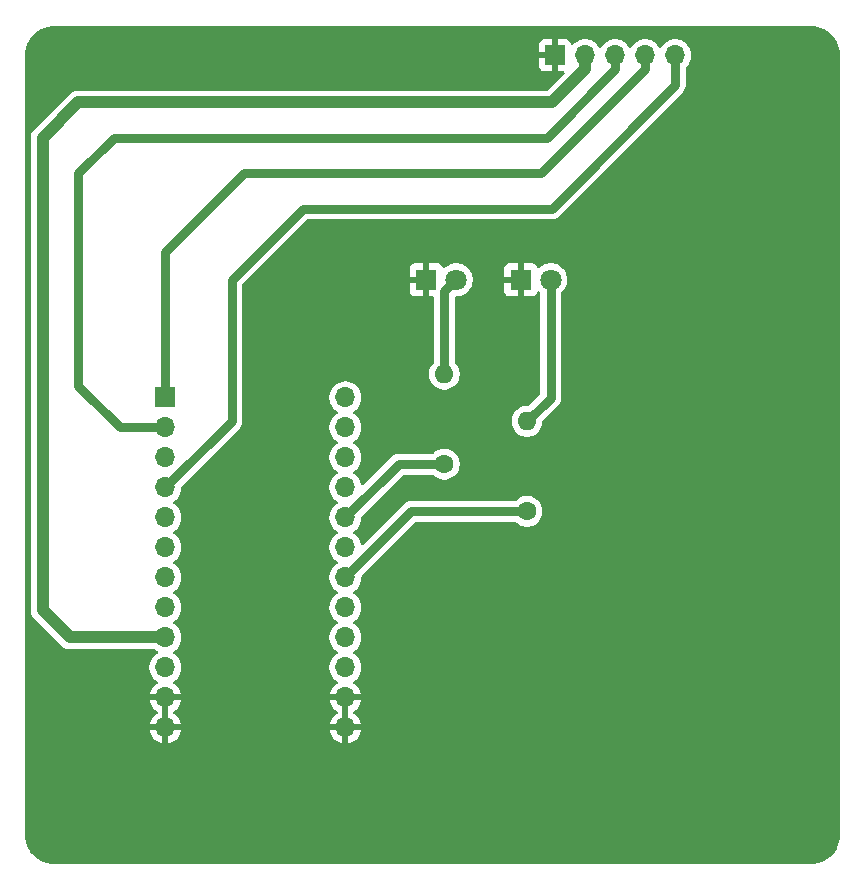
<source format=gtl>
G04 #@! TF.GenerationSoftware,KiCad,Pcbnew,9.0.1*
G04 #@! TF.CreationDate,2025-07-26T23:54:48-07:00*
G04 #@! TF.ProjectId,capstone_paul_ngo,63617073-746f-46e6-955f-7061756c5f6e,rev?*
G04 #@! TF.SameCoordinates,Original*
G04 #@! TF.FileFunction,Copper,L1,Top*
G04 #@! TF.FilePolarity,Positive*
%FSLAX46Y46*%
G04 Gerber Fmt 4.6, Leading zero omitted, Abs format (unit mm)*
G04 Created by KiCad (PCBNEW 9.0.1) date 2025-07-26 23:54:48*
%MOMM*%
%LPD*%
G01*
G04 APERTURE LIST*
G04 #@! TA.AperFunction,ComponentPad*
%ADD10R,1.700000X1.700000*%
G04 #@! TD*
G04 #@! TA.AperFunction,ComponentPad*
%ADD11O,1.700000X1.700000*%
G04 #@! TD*
G04 #@! TA.AperFunction,ComponentPad*
%ADD12R,1.800000X1.800000*%
G04 #@! TD*
G04 #@! TA.AperFunction,ComponentPad*
%ADD13C,1.800000*%
G04 #@! TD*
G04 #@! TA.AperFunction,ComponentPad*
%ADD14C,1.600000*%
G04 #@! TD*
G04 #@! TA.AperFunction,ComponentPad*
%ADD15O,1.600000X1.600000*%
G04 #@! TD*
G04 #@! TA.AperFunction,Conductor*
%ADD16C,0.762000*%
G04 #@! TD*
G04 #@! TA.AperFunction,Conductor*
%ADD17C,1.016000*%
G04 #@! TD*
G04 APERTURE END LIST*
D10*
X173380000Y-64000000D03*
D11*
X175920000Y-64000000D03*
X178460000Y-64000000D03*
X181000000Y-64000000D03*
X183540000Y-64000000D03*
D12*
X170460000Y-83000000D03*
D13*
X173000000Y-83000000D03*
D14*
X171000000Y-102620000D03*
D15*
X171000000Y-95000000D03*
D12*
X162460000Y-83000000D03*
D13*
X165000000Y-83000000D03*
D10*
X140380000Y-92970000D03*
D11*
X140380000Y-95510000D03*
X140380000Y-98050000D03*
X140380000Y-100590000D03*
X140380000Y-103130000D03*
X140380000Y-105670000D03*
X140380000Y-108210000D03*
X140380000Y-110750000D03*
X140380000Y-113290000D03*
X140380000Y-115830000D03*
X140380000Y-118370000D03*
X140380000Y-120910000D03*
X155620000Y-120910000D03*
X155620000Y-118370000D03*
X155620000Y-115830000D03*
X155620000Y-113290000D03*
X155620000Y-110750000D03*
X155620000Y-108210000D03*
X155620000Y-105670000D03*
X155620000Y-103130000D03*
X155620000Y-100590000D03*
X155620000Y-98050000D03*
X155620000Y-95510000D03*
X155620000Y-92970000D03*
D14*
X164000000Y-98620000D03*
D15*
X164000000Y-91000000D03*
D16*
X173000000Y-93000000D02*
X173000000Y-83000000D01*
X171000000Y-95000000D02*
X173000000Y-93000000D01*
X164000000Y-91000000D02*
X164000000Y-84000000D01*
X164000000Y-84000000D02*
X165000000Y-83000000D01*
X183540000Y-66555865D02*
X173095865Y-77000000D01*
X183540000Y-64000000D02*
X183540000Y-66555865D01*
X152000000Y-77000000D02*
X146000000Y-83000000D01*
X173095865Y-77000000D02*
X152000000Y-77000000D01*
X146000000Y-83000000D02*
X146000000Y-94970000D01*
X146000000Y-94970000D02*
X140380000Y-100590000D01*
X133000000Y-92000000D02*
X136510000Y-95510000D01*
X136510000Y-95510000D02*
X140380000Y-95510000D01*
X178460000Y-65202081D02*
X172662081Y-71000000D01*
X133000000Y-74000000D02*
X133000000Y-92000000D01*
X136000000Y-71000000D02*
X133000000Y-74000000D01*
X178460000Y-64000000D02*
X178460000Y-65202081D01*
X172662081Y-71000000D02*
X136000000Y-71000000D01*
X172202081Y-74000000D02*
X147000000Y-74000000D01*
X147000000Y-74000000D02*
X140380000Y-80620000D01*
X181000000Y-65202081D02*
X172202081Y-74000000D01*
X181000000Y-64000000D02*
X181000000Y-65202081D01*
X140380000Y-80620000D02*
X140380000Y-92970000D01*
D17*
X175920000Y-65202081D02*
X173122081Y-68000000D01*
X130000000Y-111000000D02*
X132290000Y-113290000D01*
X130000000Y-71000000D02*
X130000000Y-111000000D01*
X173122081Y-68000000D02*
X133000000Y-68000000D01*
X133000000Y-68000000D02*
X130000000Y-71000000D01*
X132290000Y-113290000D02*
X140380000Y-113290000D01*
X175920000Y-64000000D02*
X175920000Y-65202081D01*
D16*
X161210000Y-102620000D02*
X171000000Y-102620000D01*
X155620000Y-108210000D02*
X161210000Y-102620000D01*
X160130000Y-98620000D02*
X164000000Y-98620000D01*
X155620000Y-103130000D02*
X160130000Y-98620000D01*
G04 #@! TA.AperFunction,Conductor*
G36*
X140630000Y-120476988D02*
G01*
X140572993Y-120444075D01*
X140445826Y-120410000D01*
X140314174Y-120410000D01*
X140187007Y-120444075D01*
X140130000Y-120476988D01*
X140130000Y-118803012D01*
X140187007Y-118835925D01*
X140314174Y-118870000D01*
X140445826Y-118870000D01*
X140572993Y-118835925D01*
X140630000Y-118803012D01*
X140630000Y-120476988D01*
G37*
G04 #@! TD.AperFunction*
G04 #@! TA.AperFunction,Conductor*
G36*
X155870000Y-120476988D02*
G01*
X155812993Y-120444075D01*
X155685826Y-120410000D01*
X155554174Y-120410000D01*
X155427007Y-120444075D01*
X155370000Y-120476988D01*
X155370000Y-118803012D01*
X155427007Y-118835925D01*
X155554174Y-118870000D01*
X155685826Y-118870000D01*
X155812993Y-118835925D01*
X155870000Y-118803012D01*
X155870000Y-120476988D01*
G37*
G04 #@! TD.AperFunction*
G04 #@! TA.AperFunction,Conductor*
G36*
X195003736Y-61500726D02*
G01*
X195293796Y-61518271D01*
X195308659Y-61520076D01*
X195590798Y-61571780D01*
X195605335Y-61575363D01*
X195879172Y-61660695D01*
X195893163Y-61666000D01*
X196154743Y-61783727D01*
X196167989Y-61790680D01*
X196413465Y-61939075D01*
X196425776Y-61947573D01*
X196651573Y-62124473D01*
X196662781Y-62134403D01*
X196865596Y-62337218D01*
X196875526Y-62348426D01*
X196995481Y-62501538D01*
X197052422Y-62574217D01*
X197060926Y-62586537D01*
X197119091Y-62682753D01*
X197209316Y-62832004D01*
X197216275Y-62845263D01*
X197333997Y-63106831D01*
X197339306Y-63120832D01*
X197424635Y-63394663D01*
X197428219Y-63409201D01*
X197479923Y-63691340D01*
X197481728Y-63706205D01*
X197499274Y-63996263D01*
X197499500Y-64003750D01*
X197499500Y-129996249D01*
X197499274Y-130003736D01*
X197481728Y-130293794D01*
X197479923Y-130308659D01*
X197428219Y-130590798D01*
X197424635Y-130605336D01*
X197339306Y-130879167D01*
X197333997Y-130893168D01*
X197216275Y-131154736D01*
X197209316Y-131167995D01*
X197060928Y-131413459D01*
X197052422Y-131425782D01*
X196875526Y-131651573D01*
X196865596Y-131662781D01*
X196662781Y-131865596D01*
X196651573Y-131875526D01*
X196425782Y-132052422D01*
X196413459Y-132060928D01*
X196167995Y-132209316D01*
X196154736Y-132216275D01*
X195893168Y-132333997D01*
X195879167Y-132339306D01*
X195605336Y-132424635D01*
X195590798Y-132428219D01*
X195308659Y-132479923D01*
X195293794Y-132481728D01*
X195003736Y-132499274D01*
X194996249Y-132499500D01*
X131003751Y-132499500D01*
X130996264Y-132499274D01*
X130706205Y-132481728D01*
X130691340Y-132479923D01*
X130409201Y-132428219D01*
X130394663Y-132424635D01*
X130120832Y-132339306D01*
X130106831Y-132333997D01*
X129845263Y-132216275D01*
X129832004Y-132209316D01*
X129586540Y-132060928D01*
X129574217Y-132052422D01*
X129348426Y-131875526D01*
X129337218Y-131865596D01*
X129134403Y-131662781D01*
X129124473Y-131651573D01*
X128947573Y-131425776D01*
X128939075Y-131413465D01*
X128790680Y-131167989D01*
X128783727Y-131154743D01*
X128666000Y-130893163D01*
X128660693Y-130879167D01*
X128575364Y-130605336D01*
X128571780Y-130590798D01*
X128520076Y-130308659D01*
X128518271Y-130293794D01*
X128500726Y-130003736D01*
X128500500Y-129996249D01*
X128500500Y-70900666D01*
X128991500Y-70900666D01*
X128991500Y-111099332D01*
X129016281Y-111223914D01*
X129030253Y-111294161D01*
X129030255Y-111294166D01*
X129106277Y-111477701D01*
X129106282Y-111477710D01*
X129216646Y-111642880D01*
X129216649Y-111642884D01*
X131506647Y-113932881D01*
X131647119Y-114073353D01*
X131647120Y-114073354D01*
X131812289Y-114183717D01*
X131812295Y-114183720D01*
X131812296Y-114183721D01*
X131995831Y-114259744D01*
X132190666Y-114298499D01*
X132190670Y-114298500D01*
X132190671Y-114298500D01*
X139430182Y-114298500D01*
X139449858Y-114304277D01*
X139470345Y-114305185D01*
X139492967Y-114316936D01*
X139497221Y-114318185D01*
X139501770Y-114321252D01*
X139502444Y-114321729D01*
X139672184Y-114445051D01*
X139688923Y-114453580D01*
X139696238Y-114458752D01*
X139712591Y-114479404D01*
X139731742Y-114497491D01*
X139733938Y-114506362D01*
X139739613Y-114513528D01*
X139742204Y-114539743D01*
X139748536Y-114565312D01*
X139745587Y-114573963D01*
X139746487Y-114583059D01*
X139734495Y-114606511D01*
X139725998Y-114631447D01*
X139718364Y-114638061D01*
X139714679Y-114645269D01*
X139700577Y-114653473D01*
X139680946Y-114670484D01*
X139672182Y-114674949D01*
X139500213Y-114799890D01*
X139349890Y-114950213D01*
X139224951Y-115122179D01*
X139128444Y-115311585D01*
X139062753Y-115513760D01*
X139029500Y-115723713D01*
X139029500Y-115936286D01*
X139062753Y-116146239D01*
X139128444Y-116348414D01*
X139224951Y-116537820D01*
X139349890Y-116709786D01*
X139500213Y-116860109D01*
X139672179Y-116985048D01*
X139672181Y-116985049D01*
X139672184Y-116985051D01*
X139681493Y-116989794D01*
X139732290Y-117037766D01*
X139749087Y-117105587D01*
X139726552Y-117171722D01*
X139681502Y-117210762D01*
X139672443Y-117215378D01*
X139500540Y-117340272D01*
X139500535Y-117340276D01*
X139350276Y-117490535D01*
X139350272Y-117490540D01*
X139225379Y-117662442D01*
X139128904Y-117851782D01*
X139063242Y-118053870D01*
X139063242Y-118053873D01*
X139052769Y-118120000D01*
X139946988Y-118120000D01*
X139914075Y-118177007D01*
X139880000Y-118304174D01*
X139880000Y-118435826D01*
X139914075Y-118562993D01*
X139946988Y-118620000D01*
X139052769Y-118620000D01*
X139063242Y-118686126D01*
X139063242Y-118686129D01*
X139128904Y-118888217D01*
X139225379Y-119077557D01*
X139350272Y-119249459D01*
X139350276Y-119249464D01*
X139500535Y-119399723D01*
X139500540Y-119399727D01*
X139672444Y-119524622D01*
X139682048Y-119529516D01*
X139732844Y-119577491D01*
X139749638Y-119645312D01*
X139727100Y-119711447D01*
X139682048Y-119750484D01*
X139672444Y-119755377D01*
X139500540Y-119880272D01*
X139500535Y-119880276D01*
X139350276Y-120030535D01*
X139350272Y-120030540D01*
X139225379Y-120202442D01*
X139128904Y-120391782D01*
X139063242Y-120593870D01*
X139063242Y-120593873D01*
X139052769Y-120660000D01*
X139946988Y-120660000D01*
X139914075Y-120717007D01*
X139880000Y-120844174D01*
X139880000Y-120975826D01*
X139914075Y-121102993D01*
X139946988Y-121160000D01*
X139052769Y-121160000D01*
X139063242Y-121226126D01*
X139063242Y-121226129D01*
X139128904Y-121428217D01*
X139225379Y-121617557D01*
X139350272Y-121789459D01*
X139350276Y-121789464D01*
X139500535Y-121939723D01*
X139500540Y-121939727D01*
X139672442Y-122064620D01*
X139861782Y-122161095D01*
X140063871Y-122226757D01*
X140130000Y-122237231D01*
X140130000Y-121343012D01*
X140187007Y-121375925D01*
X140314174Y-121410000D01*
X140445826Y-121410000D01*
X140572993Y-121375925D01*
X140630000Y-121343012D01*
X140630000Y-122237230D01*
X140696126Y-122226757D01*
X140696129Y-122226757D01*
X140898217Y-122161095D01*
X141087557Y-122064620D01*
X141259459Y-121939727D01*
X141259464Y-121939723D01*
X141409723Y-121789464D01*
X141409727Y-121789459D01*
X141534620Y-121617557D01*
X141631095Y-121428217D01*
X141696757Y-121226129D01*
X141696757Y-121226126D01*
X141707231Y-121160000D01*
X140813012Y-121160000D01*
X140845925Y-121102993D01*
X140880000Y-120975826D01*
X140880000Y-120844174D01*
X140845925Y-120717007D01*
X140813012Y-120660000D01*
X141707231Y-120660000D01*
X141696757Y-120593873D01*
X141696757Y-120593870D01*
X141631095Y-120391782D01*
X141534620Y-120202442D01*
X141409727Y-120030540D01*
X141409723Y-120030535D01*
X141259464Y-119880276D01*
X141259459Y-119880272D01*
X141087558Y-119755379D01*
X141077954Y-119750486D01*
X141027157Y-119702512D01*
X141010361Y-119634692D01*
X141032897Y-119568556D01*
X141077954Y-119529514D01*
X141087558Y-119524620D01*
X141259459Y-119399727D01*
X141259464Y-119399723D01*
X141409723Y-119249464D01*
X141409727Y-119249459D01*
X141534620Y-119077557D01*
X141631095Y-118888217D01*
X141696757Y-118686129D01*
X141696757Y-118686126D01*
X141707231Y-118620000D01*
X140813012Y-118620000D01*
X140845925Y-118562993D01*
X140880000Y-118435826D01*
X140880000Y-118304174D01*
X140845925Y-118177007D01*
X140813012Y-118120000D01*
X141707231Y-118120000D01*
X141696757Y-118053873D01*
X141696757Y-118053870D01*
X141631095Y-117851782D01*
X141534620Y-117662442D01*
X141409727Y-117490540D01*
X141409723Y-117490535D01*
X141259464Y-117340276D01*
X141259459Y-117340272D01*
X141087555Y-117215377D01*
X141078500Y-117210763D01*
X141027706Y-117162788D01*
X141010912Y-117094966D01*
X141033451Y-117028832D01*
X141078508Y-116989793D01*
X141087816Y-116985051D01*
X141167007Y-116927515D01*
X141259786Y-116860109D01*
X141259788Y-116860106D01*
X141259792Y-116860104D01*
X141410104Y-116709792D01*
X141410106Y-116709788D01*
X141410109Y-116709786D01*
X141535048Y-116537820D01*
X141535047Y-116537820D01*
X141535051Y-116537816D01*
X141631557Y-116348412D01*
X141697246Y-116146243D01*
X141730500Y-115936287D01*
X141730500Y-115723713D01*
X141697246Y-115513757D01*
X141631557Y-115311588D01*
X141535051Y-115122184D01*
X141535049Y-115122181D01*
X141535048Y-115122179D01*
X141410109Y-114950213D01*
X141259786Y-114799890D01*
X141087820Y-114674951D01*
X141087115Y-114674591D01*
X141079054Y-114670485D01*
X141028259Y-114622512D01*
X141011463Y-114554692D01*
X141033999Y-114488556D01*
X141079054Y-114449515D01*
X141087816Y-114445051D01*
X141109789Y-114429086D01*
X141259786Y-114320109D01*
X141259788Y-114320106D01*
X141259792Y-114320104D01*
X141410104Y-114169792D01*
X141410106Y-114169788D01*
X141410109Y-114169786D01*
X141535048Y-113997820D01*
X141535047Y-113997820D01*
X141535051Y-113997816D01*
X141631557Y-113808412D01*
X141697246Y-113606243D01*
X141730500Y-113396287D01*
X141730500Y-113183713D01*
X141697246Y-112973757D01*
X141631557Y-112771588D01*
X141535051Y-112582184D01*
X141535049Y-112582181D01*
X141535048Y-112582179D01*
X141410109Y-112410213D01*
X141259786Y-112259890D01*
X141087820Y-112134951D01*
X141087115Y-112134591D01*
X141079054Y-112130485D01*
X141028259Y-112082512D01*
X141011463Y-112014692D01*
X141033999Y-111948556D01*
X141079054Y-111909515D01*
X141087816Y-111905051D01*
X141109789Y-111889086D01*
X141259786Y-111780109D01*
X141259788Y-111780106D01*
X141259792Y-111780104D01*
X141410104Y-111629792D01*
X141410106Y-111629788D01*
X141410109Y-111629786D01*
X141535048Y-111457820D01*
X141535047Y-111457820D01*
X141535051Y-111457816D01*
X141631557Y-111268412D01*
X141697246Y-111066243D01*
X141730500Y-110856287D01*
X141730500Y-110643713D01*
X141697246Y-110433757D01*
X141631557Y-110231588D01*
X141535051Y-110042184D01*
X141535049Y-110042181D01*
X141535048Y-110042179D01*
X141410109Y-109870213D01*
X141259786Y-109719890D01*
X141087820Y-109594951D01*
X141087115Y-109594591D01*
X141079054Y-109590485D01*
X141028259Y-109542512D01*
X141011463Y-109474692D01*
X141033999Y-109408556D01*
X141079054Y-109369515D01*
X141087816Y-109365051D01*
X141109789Y-109349086D01*
X141259786Y-109240109D01*
X141259788Y-109240106D01*
X141259792Y-109240104D01*
X141410104Y-109089792D01*
X141410106Y-109089788D01*
X141410109Y-109089786D01*
X141535048Y-108917820D01*
X141535047Y-108917820D01*
X141535051Y-108917816D01*
X141631557Y-108728412D01*
X141697246Y-108526243D01*
X141730500Y-108316287D01*
X141730500Y-108103713D01*
X141697246Y-107893757D01*
X141631557Y-107691588D01*
X141535051Y-107502184D01*
X141535049Y-107502181D01*
X141535048Y-107502179D01*
X141410109Y-107330213D01*
X141259786Y-107179890D01*
X141087820Y-107054951D01*
X141087115Y-107054591D01*
X141079054Y-107050485D01*
X141028259Y-107002512D01*
X141011463Y-106934692D01*
X141033999Y-106868556D01*
X141079054Y-106829515D01*
X141087816Y-106825051D01*
X141109789Y-106809086D01*
X141259786Y-106700109D01*
X141259788Y-106700106D01*
X141259792Y-106700104D01*
X141410104Y-106549792D01*
X141410106Y-106549788D01*
X141410109Y-106549786D01*
X141535048Y-106377820D01*
X141535047Y-106377820D01*
X141535051Y-106377816D01*
X141631557Y-106188412D01*
X141697246Y-105986243D01*
X141730500Y-105776287D01*
X141730500Y-105563713D01*
X141697246Y-105353757D01*
X141631557Y-105151588D01*
X141535051Y-104962184D01*
X141535049Y-104962181D01*
X141535048Y-104962179D01*
X141410109Y-104790213D01*
X141259786Y-104639890D01*
X141087820Y-104514951D01*
X141087115Y-104514591D01*
X141079054Y-104510485D01*
X141028259Y-104462512D01*
X141011463Y-104394692D01*
X141033999Y-104328556D01*
X141079054Y-104289515D01*
X141087816Y-104285051D01*
X141109789Y-104269086D01*
X141259786Y-104160109D01*
X141259788Y-104160106D01*
X141259792Y-104160104D01*
X141410104Y-104009792D01*
X141410106Y-104009788D01*
X141410109Y-104009786D01*
X141535048Y-103837820D01*
X141535047Y-103837820D01*
X141535051Y-103837816D01*
X141631557Y-103648412D01*
X141697246Y-103446243D01*
X141730500Y-103236287D01*
X141730500Y-103023713D01*
X141697246Y-102813757D01*
X141631557Y-102611588D01*
X141535051Y-102422184D01*
X141535049Y-102422181D01*
X141535048Y-102422179D01*
X141410109Y-102250213D01*
X141259786Y-102099890D01*
X141087820Y-101974951D01*
X141087115Y-101974591D01*
X141079054Y-101970485D01*
X141028259Y-101922512D01*
X141011463Y-101854692D01*
X141033999Y-101788556D01*
X141079054Y-101749515D01*
X141087816Y-101745051D01*
X141146822Y-101702181D01*
X141259786Y-101620109D01*
X141259788Y-101620106D01*
X141259792Y-101620104D01*
X141410104Y-101469792D01*
X141410106Y-101469788D01*
X141410109Y-101469786D01*
X141535048Y-101297820D01*
X141535047Y-101297820D01*
X141535051Y-101297816D01*
X141631557Y-101108412D01*
X141697246Y-100906243D01*
X141730500Y-100696287D01*
X141730500Y-100537491D01*
X141750185Y-100470452D01*
X141766819Y-100449810D01*
X146684702Y-95531927D01*
X146684705Y-95531924D01*
X146765198Y-95411459D01*
X146781175Y-95387547D01*
X146847624Y-95227124D01*
X146874412Y-95092453D01*
X146881500Y-95056821D01*
X146881500Y-94883179D01*
X146881500Y-92863713D01*
X154269500Y-92863713D01*
X154269500Y-93076287D01*
X154271169Y-93086823D01*
X154298142Y-93257128D01*
X154302754Y-93286243D01*
X154345417Y-93417547D01*
X154368444Y-93488414D01*
X154464951Y-93677820D01*
X154589890Y-93849786D01*
X154740213Y-94000109D01*
X154912182Y-94125050D01*
X154920946Y-94129516D01*
X154971742Y-94177491D01*
X154988536Y-94245312D01*
X154965998Y-94311447D01*
X154920946Y-94350484D01*
X154912182Y-94354949D01*
X154740213Y-94479890D01*
X154589890Y-94630213D01*
X154464951Y-94802179D01*
X154368444Y-94991585D01*
X154302753Y-95193760D01*
X154269500Y-95403713D01*
X154269500Y-95616286D01*
X154302753Y-95826239D01*
X154368444Y-96028414D01*
X154464951Y-96217820D01*
X154589890Y-96389786D01*
X154740213Y-96540109D01*
X154912182Y-96665050D01*
X154920946Y-96669516D01*
X154971742Y-96717491D01*
X154988536Y-96785312D01*
X154965998Y-96851447D01*
X154920946Y-96890484D01*
X154912182Y-96894949D01*
X154740213Y-97019890D01*
X154589890Y-97170213D01*
X154464951Y-97342179D01*
X154368444Y-97531585D01*
X154302753Y-97733760D01*
X154269500Y-97943713D01*
X154269500Y-98156286D01*
X154302753Y-98366239D01*
X154368444Y-98568414D01*
X154464951Y-98757820D01*
X154589890Y-98929786D01*
X154740213Y-99080109D01*
X154912182Y-99205050D01*
X154920946Y-99209516D01*
X154971742Y-99257491D01*
X154988536Y-99325312D01*
X154965998Y-99391447D01*
X154920946Y-99430484D01*
X154912182Y-99434949D01*
X154740213Y-99559890D01*
X154589890Y-99710213D01*
X154464951Y-99882179D01*
X154368444Y-100071585D01*
X154302753Y-100273760D01*
X154269500Y-100483713D01*
X154269500Y-100696286D01*
X154302753Y-100906239D01*
X154368444Y-101108414D01*
X154464951Y-101297820D01*
X154589890Y-101469786D01*
X154740213Y-101620109D01*
X154912182Y-101745050D01*
X154920946Y-101749516D01*
X154971742Y-101797491D01*
X154988536Y-101865312D01*
X154965998Y-101931447D01*
X154920946Y-101970484D01*
X154912182Y-101974949D01*
X154740213Y-102099890D01*
X154589890Y-102250213D01*
X154464951Y-102422179D01*
X154368444Y-102611585D01*
X154302753Y-102813760D01*
X154274870Y-102989811D01*
X154269500Y-103023713D01*
X154269500Y-103236287D01*
X154302754Y-103446243D01*
X154327104Y-103521185D01*
X154368444Y-103648414D01*
X154464951Y-103837820D01*
X154589890Y-104009786D01*
X154740213Y-104160109D01*
X154912182Y-104285050D01*
X154920946Y-104289516D01*
X154971742Y-104337491D01*
X154988536Y-104405312D01*
X154965998Y-104471447D01*
X154920946Y-104510484D01*
X154912182Y-104514949D01*
X154740213Y-104639890D01*
X154589890Y-104790213D01*
X154464951Y-104962179D01*
X154368444Y-105151585D01*
X154302753Y-105353760D01*
X154269500Y-105563713D01*
X154269500Y-105776286D01*
X154302753Y-105986239D01*
X154368444Y-106188414D01*
X154464951Y-106377820D01*
X154589890Y-106549786D01*
X154740213Y-106700109D01*
X154912182Y-106825050D01*
X154920946Y-106829516D01*
X154971742Y-106877491D01*
X154988536Y-106945312D01*
X154965998Y-107011447D01*
X154920946Y-107050484D01*
X154912182Y-107054949D01*
X154740213Y-107179890D01*
X154589890Y-107330213D01*
X154464951Y-107502179D01*
X154368444Y-107691585D01*
X154302753Y-107893760D01*
X154269500Y-108103713D01*
X154269500Y-108316286D01*
X154302753Y-108526239D01*
X154368444Y-108728414D01*
X154464951Y-108917820D01*
X154589890Y-109089786D01*
X154740213Y-109240109D01*
X154912182Y-109365050D01*
X154920946Y-109369516D01*
X154971742Y-109417491D01*
X154988536Y-109485312D01*
X154965998Y-109551447D01*
X154920946Y-109590484D01*
X154912182Y-109594949D01*
X154740213Y-109719890D01*
X154589890Y-109870213D01*
X154464951Y-110042179D01*
X154368444Y-110231585D01*
X154302753Y-110433760D01*
X154279232Y-110582266D01*
X154269500Y-110643713D01*
X154269500Y-110856287D01*
X154302754Y-111066243D01*
X154313505Y-111099332D01*
X154368444Y-111268414D01*
X154464951Y-111457820D01*
X154589890Y-111629786D01*
X154740213Y-111780109D01*
X154912182Y-111905050D01*
X154920946Y-111909516D01*
X154971742Y-111957491D01*
X154988536Y-112025312D01*
X154965998Y-112091447D01*
X154920946Y-112130484D01*
X154912182Y-112134949D01*
X154740213Y-112259890D01*
X154589890Y-112410213D01*
X154464951Y-112582179D01*
X154368444Y-112771585D01*
X154302753Y-112973760D01*
X154269500Y-113183713D01*
X154269500Y-113396286D01*
X154302753Y-113606239D01*
X154368444Y-113808414D01*
X154464951Y-113997820D01*
X154589890Y-114169786D01*
X154740213Y-114320109D01*
X154912182Y-114445050D01*
X154920946Y-114449516D01*
X154971742Y-114497491D01*
X154988536Y-114565312D01*
X154965998Y-114631447D01*
X154920946Y-114670484D01*
X154912182Y-114674949D01*
X154740213Y-114799890D01*
X154589890Y-114950213D01*
X154464951Y-115122179D01*
X154368444Y-115311585D01*
X154302753Y-115513760D01*
X154269500Y-115723713D01*
X154269500Y-115936286D01*
X154302753Y-116146239D01*
X154368444Y-116348414D01*
X154464951Y-116537820D01*
X154589890Y-116709786D01*
X154740213Y-116860109D01*
X154912179Y-116985048D01*
X154912181Y-116985049D01*
X154912184Y-116985051D01*
X154921493Y-116989794D01*
X154972290Y-117037766D01*
X154989087Y-117105587D01*
X154966552Y-117171722D01*
X154921502Y-117210762D01*
X154912443Y-117215378D01*
X154740540Y-117340272D01*
X154740535Y-117340276D01*
X154590276Y-117490535D01*
X154590272Y-117490540D01*
X154465379Y-117662442D01*
X154368904Y-117851782D01*
X154303242Y-118053870D01*
X154303242Y-118053873D01*
X154292769Y-118120000D01*
X155186988Y-118120000D01*
X155154075Y-118177007D01*
X155120000Y-118304174D01*
X155120000Y-118435826D01*
X155154075Y-118562993D01*
X155186988Y-118620000D01*
X154292769Y-118620000D01*
X154303242Y-118686126D01*
X154303242Y-118686129D01*
X154368904Y-118888217D01*
X154465379Y-119077557D01*
X154590272Y-119249459D01*
X154590276Y-119249464D01*
X154740535Y-119399723D01*
X154740540Y-119399727D01*
X154912444Y-119524622D01*
X154922048Y-119529516D01*
X154972844Y-119577491D01*
X154989638Y-119645312D01*
X154967100Y-119711447D01*
X154922048Y-119750484D01*
X154912444Y-119755377D01*
X154740540Y-119880272D01*
X154740535Y-119880276D01*
X154590276Y-120030535D01*
X154590272Y-120030540D01*
X154465379Y-120202442D01*
X154368904Y-120391782D01*
X154303242Y-120593870D01*
X154303242Y-120593873D01*
X154292769Y-120660000D01*
X155186988Y-120660000D01*
X155154075Y-120717007D01*
X155120000Y-120844174D01*
X155120000Y-120975826D01*
X155154075Y-121102993D01*
X155186988Y-121160000D01*
X154292769Y-121160000D01*
X154303242Y-121226126D01*
X154303242Y-121226129D01*
X154368904Y-121428217D01*
X154465379Y-121617557D01*
X154590272Y-121789459D01*
X154590276Y-121789464D01*
X154740535Y-121939723D01*
X154740540Y-121939727D01*
X154912442Y-122064620D01*
X155101782Y-122161095D01*
X155303871Y-122226757D01*
X155370000Y-122237231D01*
X155370000Y-121343012D01*
X155427007Y-121375925D01*
X155554174Y-121410000D01*
X155685826Y-121410000D01*
X155812993Y-121375925D01*
X155870000Y-121343012D01*
X155870000Y-122237230D01*
X155936126Y-122226757D01*
X155936129Y-122226757D01*
X156138217Y-122161095D01*
X156327557Y-122064620D01*
X156499459Y-121939727D01*
X156499464Y-121939723D01*
X156649723Y-121789464D01*
X156649727Y-121789459D01*
X156774620Y-121617557D01*
X156871095Y-121428217D01*
X156936757Y-121226129D01*
X156936757Y-121226126D01*
X156947231Y-121160000D01*
X156053012Y-121160000D01*
X156085925Y-121102993D01*
X156120000Y-120975826D01*
X156120000Y-120844174D01*
X156085925Y-120717007D01*
X156053012Y-120660000D01*
X156947231Y-120660000D01*
X156936757Y-120593873D01*
X156936757Y-120593870D01*
X156871095Y-120391782D01*
X156774620Y-120202442D01*
X156649727Y-120030540D01*
X156649723Y-120030535D01*
X156499464Y-119880276D01*
X156499459Y-119880272D01*
X156327558Y-119755379D01*
X156317954Y-119750486D01*
X156267157Y-119702512D01*
X156250361Y-119634692D01*
X156272897Y-119568556D01*
X156317954Y-119529514D01*
X156327558Y-119524620D01*
X156499459Y-119399727D01*
X156499464Y-119399723D01*
X156649723Y-119249464D01*
X156649727Y-119249459D01*
X156774620Y-119077557D01*
X156871095Y-118888217D01*
X156936757Y-118686129D01*
X156936757Y-118686126D01*
X156947231Y-118620000D01*
X156053012Y-118620000D01*
X156085925Y-118562993D01*
X156120000Y-118435826D01*
X156120000Y-118304174D01*
X156085925Y-118177007D01*
X156053012Y-118120000D01*
X156947231Y-118120000D01*
X156936757Y-118053873D01*
X156936757Y-118053870D01*
X156871095Y-117851782D01*
X156774620Y-117662442D01*
X156649727Y-117490540D01*
X156649723Y-117490535D01*
X156499464Y-117340276D01*
X156499459Y-117340272D01*
X156327555Y-117215377D01*
X156318500Y-117210763D01*
X156267706Y-117162788D01*
X156250912Y-117094966D01*
X156273451Y-117028832D01*
X156318508Y-116989793D01*
X156327816Y-116985051D01*
X156407007Y-116927515D01*
X156499786Y-116860109D01*
X156499788Y-116860106D01*
X156499792Y-116860104D01*
X156650104Y-116709792D01*
X156650106Y-116709788D01*
X156650109Y-116709786D01*
X156775048Y-116537820D01*
X156775047Y-116537820D01*
X156775051Y-116537816D01*
X156871557Y-116348412D01*
X156937246Y-116146243D01*
X156970500Y-115936287D01*
X156970500Y-115723713D01*
X156937246Y-115513757D01*
X156871557Y-115311588D01*
X156775051Y-115122184D01*
X156775049Y-115122181D01*
X156775048Y-115122179D01*
X156650109Y-114950213D01*
X156499786Y-114799890D01*
X156327820Y-114674951D01*
X156327115Y-114674591D01*
X156319054Y-114670485D01*
X156268259Y-114622512D01*
X156251463Y-114554692D01*
X156273999Y-114488556D01*
X156319054Y-114449515D01*
X156327816Y-114445051D01*
X156349789Y-114429086D01*
X156499786Y-114320109D01*
X156499788Y-114320106D01*
X156499792Y-114320104D01*
X156650104Y-114169792D01*
X156650106Y-114169788D01*
X156650109Y-114169786D01*
X156775048Y-113997820D01*
X156775047Y-113997820D01*
X156775051Y-113997816D01*
X156871557Y-113808412D01*
X156937246Y-113606243D01*
X156970500Y-113396287D01*
X156970500Y-113183713D01*
X156937246Y-112973757D01*
X156871557Y-112771588D01*
X156775051Y-112582184D01*
X156775049Y-112582181D01*
X156775048Y-112582179D01*
X156650109Y-112410213D01*
X156499786Y-112259890D01*
X156327820Y-112134951D01*
X156327115Y-112134591D01*
X156319054Y-112130485D01*
X156268259Y-112082512D01*
X156251463Y-112014692D01*
X156273999Y-111948556D01*
X156319054Y-111909515D01*
X156327816Y-111905051D01*
X156349789Y-111889086D01*
X156499786Y-111780109D01*
X156499788Y-111780106D01*
X156499792Y-111780104D01*
X156650104Y-111629792D01*
X156650106Y-111629788D01*
X156650109Y-111629786D01*
X156775048Y-111457820D01*
X156775047Y-111457820D01*
X156775051Y-111457816D01*
X156871557Y-111268412D01*
X156937246Y-111066243D01*
X156970500Y-110856287D01*
X156970500Y-110643713D01*
X156937246Y-110433757D01*
X156871557Y-110231588D01*
X156775051Y-110042184D01*
X156775049Y-110042181D01*
X156775048Y-110042179D01*
X156650109Y-109870213D01*
X156499786Y-109719890D01*
X156327820Y-109594951D01*
X156327115Y-109594591D01*
X156319054Y-109590485D01*
X156268259Y-109542512D01*
X156251463Y-109474692D01*
X156273999Y-109408556D01*
X156319054Y-109369515D01*
X156327816Y-109365051D01*
X156349789Y-109349086D01*
X156499786Y-109240109D01*
X156499788Y-109240106D01*
X156499792Y-109240104D01*
X156650104Y-109089792D01*
X156650106Y-109089788D01*
X156650109Y-109089786D01*
X156775048Y-108917820D01*
X156775047Y-108917820D01*
X156775051Y-108917816D01*
X156871557Y-108728412D01*
X156937246Y-108526243D01*
X156970500Y-108316287D01*
X156970500Y-108157491D01*
X156990185Y-108090452D01*
X157006819Y-108069810D01*
X161538810Y-103537819D01*
X161600133Y-103504334D01*
X161626491Y-103501500D01*
X169990953Y-103501500D01*
X170057992Y-103521185D01*
X170078634Y-103537819D01*
X170152786Y-103611971D01*
X170307749Y-103724556D01*
X170318390Y-103732287D01*
X170434607Y-103791503D01*
X170500776Y-103825218D01*
X170500778Y-103825218D01*
X170500781Y-103825220D01*
X170605137Y-103859127D01*
X170695465Y-103888477D01*
X170796557Y-103904488D01*
X170897648Y-103920500D01*
X170897649Y-103920500D01*
X171102351Y-103920500D01*
X171102352Y-103920500D01*
X171304534Y-103888477D01*
X171499219Y-103825220D01*
X171681610Y-103732287D01*
X171797055Y-103648412D01*
X171847213Y-103611971D01*
X171847215Y-103611968D01*
X171847219Y-103611966D01*
X171991966Y-103467219D01*
X171991968Y-103467215D01*
X171991971Y-103467213D01*
X172044732Y-103394590D01*
X172112287Y-103301610D01*
X172205220Y-103119219D01*
X172268477Y-102924534D01*
X172300500Y-102722352D01*
X172300500Y-102517648D01*
X172268477Y-102315466D01*
X172205220Y-102120781D01*
X172205218Y-102120778D01*
X172205218Y-102120776D01*
X172171503Y-102054607D01*
X172112287Y-101938390D01*
X172089660Y-101907246D01*
X171991971Y-101772786D01*
X171847213Y-101628028D01*
X171681613Y-101507715D01*
X171681612Y-101507714D01*
X171681610Y-101507713D01*
X171607174Y-101469786D01*
X171499223Y-101414781D01*
X171304534Y-101351522D01*
X171129995Y-101323878D01*
X171102352Y-101319500D01*
X170897648Y-101319500D01*
X170873329Y-101323351D01*
X170695465Y-101351522D01*
X170500776Y-101414781D01*
X170318386Y-101507715D01*
X170152786Y-101628028D01*
X170152782Y-101628032D01*
X170078634Y-101702181D01*
X170017311Y-101735666D01*
X169990953Y-101738500D01*
X161123174Y-101738500D01*
X160952883Y-101772373D01*
X160952875Y-101772375D01*
X160862463Y-101809825D01*
X160862457Y-101809828D01*
X160855394Y-101812754D01*
X160792453Y-101838825D01*
X160690054Y-101907246D01*
X160686294Y-101909758D01*
X160686291Y-101909760D01*
X160648074Y-101935295D01*
X157149304Y-105434065D01*
X157087981Y-105467550D01*
X157018289Y-105462566D01*
X156962356Y-105420694D01*
X156939150Y-105365780D01*
X156937246Y-105353757D01*
X156871557Y-105151588D01*
X156775051Y-104962184D01*
X156775049Y-104962181D01*
X156775048Y-104962179D01*
X156650109Y-104790213D01*
X156499786Y-104639890D01*
X156327820Y-104514951D01*
X156327115Y-104514591D01*
X156319054Y-104510485D01*
X156268259Y-104462512D01*
X156251463Y-104394692D01*
X156273999Y-104328556D01*
X156319054Y-104289515D01*
X156327816Y-104285051D01*
X156349789Y-104269086D01*
X156499786Y-104160109D01*
X156499788Y-104160106D01*
X156499792Y-104160104D01*
X156650104Y-104009792D01*
X156650106Y-104009788D01*
X156650109Y-104009786D01*
X156775048Y-103837820D01*
X156775047Y-103837820D01*
X156775051Y-103837816D01*
X156871557Y-103648412D01*
X156937246Y-103446243D01*
X156970500Y-103236287D01*
X156970500Y-103077492D01*
X156990185Y-103010453D01*
X157006819Y-102989811D01*
X160458811Y-99537819D01*
X160520134Y-99504334D01*
X160546492Y-99501500D01*
X162990953Y-99501500D01*
X163057992Y-99521185D01*
X163078634Y-99537819D01*
X163152786Y-99611971D01*
X163288007Y-99710213D01*
X163318390Y-99732287D01*
X163434607Y-99791503D01*
X163500776Y-99825218D01*
X163500778Y-99825218D01*
X163500781Y-99825220D01*
X163605137Y-99859127D01*
X163695465Y-99888477D01*
X163796557Y-99904488D01*
X163897648Y-99920500D01*
X163897649Y-99920500D01*
X164102351Y-99920500D01*
X164102352Y-99920500D01*
X164304534Y-99888477D01*
X164499219Y-99825220D01*
X164681610Y-99732287D01*
X164774590Y-99664732D01*
X164847213Y-99611971D01*
X164847215Y-99611968D01*
X164847219Y-99611966D01*
X164991966Y-99467219D01*
X164991968Y-99467215D01*
X164991971Y-99467213D01*
X165085526Y-99338443D01*
X165112287Y-99301610D01*
X165205220Y-99119219D01*
X165268477Y-98924534D01*
X165300500Y-98722352D01*
X165300500Y-98517648D01*
X165268477Y-98315465D01*
X165239127Y-98225137D01*
X165205220Y-98120781D01*
X165205218Y-98120778D01*
X165205218Y-98120776D01*
X165171503Y-98054607D01*
X165112287Y-97938390D01*
X165104556Y-97927749D01*
X164991971Y-97772786D01*
X164847213Y-97628028D01*
X164681613Y-97507715D01*
X164681612Y-97507714D01*
X164681610Y-97507713D01*
X164624653Y-97478691D01*
X164499223Y-97414781D01*
X164304534Y-97351522D01*
X164129995Y-97323878D01*
X164102352Y-97319500D01*
X163897648Y-97319500D01*
X163873329Y-97323351D01*
X163695465Y-97351522D01*
X163500776Y-97414781D01*
X163318386Y-97507715D01*
X163152786Y-97628028D01*
X163152782Y-97628032D01*
X163078634Y-97702181D01*
X163017311Y-97735666D01*
X162990953Y-97738500D01*
X160043177Y-97738500D01*
X159872881Y-97772374D01*
X159872871Y-97772377D01*
X159712456Y-97838822D01*
X159568073Y-97935295D01*
X159568072Y-97935296D01*
X157149304Y-100354065D01*
X157087981Y-100387550D01*
X157018289Y-100382566D01*
X156962356Y-100340694D01*
X156939150Y-100285780D01*
X156937246Y-100273757D01*
X156871557Y-100071588D01*
X156775051Y-99882184D01*
X156775049Y-99882181D01*
X156775048Y-99882179D01*
X156650109Y-99710213D01*
X156499786Y-99559890D01*
X156327820Y-99434951D01*
X156327115Y-99434591D01*
X156319054Y-99430485D01*
X156268259Y-99382512D01*
X156251463Y-99314692D01*
X156273999Y-99248556D01*
X156319054Y-99209515D01*
X156327816Y-99205051D01*
X156349789Y-99189086D01*
X156499786Y-99080109D01*
X156499788Y-99080106D01*
X156499792Y-99080104D01*
X156650104Y-98929792D01*
X156650106Y-98929788D01*
X156650109Y-98929786D01*
X156775048Y-98757820D01*
X156775047Y-98757820D01*
X156775051Y-98757816D01*
X156871557Y-98568412D01*
X156937246Y-98366243D01*
X156970500Y-98156287D01*
X156970500Y-97943713D01*
X156937246Y-97733757D01*
X156871557Y-97531588D01*
X156775051Y-97342184D01*
X156775049Y-97342181D01*
X156775048Y-97342179D01*
X156650109Y-97170213D01*
X156499786Y-97019890D01*
X156327820Y-96894951D01*
X156327115Y-96894591D01*
X156319054Y-96890485D01*
X156268259Y-96842512D01*
X156251463Y-96774692D01*
X156273999Y-96708556D01*
X156319054Y-96669515D01*
X156327816Y-96665051D01*
X156349789Y-96649086D01*
X156499786Y-96540109D01*
X156499788Y-96540106D01*
X156499792Y-96540104D01*
X156650104Y-96389792D01*
X156650106Y-96389788D01*
X156650109Y-96389786D01*
X156775048Y-96217820D01*
X156775047Y-96217820D01*
X156775051Y-96217816D01*
X156871557Y-96028412D01*
X156937246Y-95826243D01*
X156970500Y-95616287D01*
X156970500Y-95403713D01*
X156937246Y-95193757D01*
X156871557Y-94991588D01*
X156871554Y-94991582D01*
X156849895Y-94949072D01*
X156849894Y-94949071D01*
X156816320Y-94883179D01*
X156775051Y-94802184D01*
X156767023Y-94791134D01*
X156650109Y-94630213D01*
X156499786Y-94479890D01*
X156327820Y-94354951D01*
X156327115Y-94354591D01*
X156319054Y-94350485D01*
X156268259Y-94302512D01*
X156251463Y-94234692D01*
X156273999Y-94168556D01*
X156319054Y-94129515D01*
X156327816Y-94125051D01*
X156414138Y-94062335D01*
X156499786Y-94000109D01*
X156499788Y-94000106D01*
X156499792Y-94000104D01*
X156650104Y-93849792D01*
X156650106Y-93849788D01*
X156650109Y-93849786D01*
X156775048Y-93677820D01*
X156775047Y-93677820D01*
X156775051Y-93677816D01*
X156871557Y-93488412D01*
X156937246Y-93286243D01*
X156970500Y-93076287D01*
X156970500Y-92863713D01*
X156937246Y-92653757D01*
X156871557Y-92451588D01*
X156775051Y-92262184D01*
X156775049Y-92262181D01*
X156775048Y-92262179D01*
X156650109Y-92090213D01*
X156499786Y-91939890D01*
X156327820Y-91814951D01*
X156138414Y-91718444D01*
X156138413Y-91718443D01*
X156138412Y-91718443D01*
X155936243Y-91652754D01*
X155936241Y-91652753D01*
X155936240Y-91652753D01*
X155774957Y-91627208D01*
X155726287Y-91619500D01*
X155513713Y-91619500D01*
X155465042Y-91627208D01*
X155303760Y-91652753D01*
X155101585Y-91718444D01*
X154912179Y-91814951D01*
X154740213Y-91939890D01*
X154589890Y-92090213D01*
X154464951Y-92262179D01*
X154368444Y-92451585D01*
X154302753Y-92653760D01*
X154299993Y-92671189D01*
X154269500Y-92863713D01*
X146881500Y-92863713D01*
X146881500Y-83416491D01*
X146901185Y-83349452D01*
X146917819Y-83328810D01*
X148194474Y-82052155D01*
X161060000Y-82052155D01*
X161060000Y-82750000D01*
X162084722Y-82750000D01*
X162040667Y-82826306D01*
X162010000Y-82940756D01*
X162010000Y-83059244D01*
X162040667Y-83173694D01*
X162084722Y-83250000D01*
X161060000Y-83250000D01*
X161060000Y-83947844D01*
X161066401Y-84007372D01*
X161066403Y-84007379D01*
X161116645Y-84142086D01*
X161116649Y-84142093D01*
X161202809Y-84257187D01*
X161202812Y-84257190D01*
X161317906Y-84343350D01*
X161317913Y-84343354D01*
X161452620Y-84393596D01*
X161452627Y-84393598D01*
X161512155Y-84399999D01*
X161512172Y-84400000D01*
X162210000Y-84400000D01*
X162210000Y-83375277D01*
X162286306Y-83419333D01*
X162400756Y-83450000D01*
X162519244Y-83450000D01*
X162633694Y-83419333D01*
X162710000Y-83375277D01*
X162710000Y-84400000D01*
X162994500Y-84400000D01*
X163061539Y-84419685D01*
X163107294Y-84472489D01*
X163118500Y-84524000D01*
X163118500Y-89990953D01*
X163098815Y-90057992D01*
X163082181Y-90078634D01*
X163008032Y-90152782D01*
X163008028Y-90152786D01*
X162887715Y-90318386D01*
X162794781Y-90500776D01*
X162731522Y-90695465D01*
X162699500Y-90897648D01*
X162699500Y-91102351D01*
X162731522Y-91304534D01*
X162794781Y-91499223D01*
X162856066Y-91619500D01*
X162884957Y-91676202D01*
X162887715Y-91681613D01*
X163008028Y-91847213D01*
X163152786Y-91991971D01*
X163288007Y-92090213D01*
X163318390Y-92112287D01*
X163434607Y-92171503D01*
X163500776Y-92205218D01*
X163500778Y-92205218D01*
X163500781Y-92205220D01*
X163605137Y-92239127D01*
X163695465Y-92268477D01*
X163796557Y-92284488D01*
X163897648Y-92300500D01*
X163897649Y-92300500D01*
X164102351Y-92300500D01*
X164102352Y-92300500D01*
X164304534Y-92268477D01*
X164499219Y-92205220D01*
X164681610Y-92112287D01*
X164818933Y-92012517D01*
X164847213Y-91991971D01*
X164847215Y-91991968D01*
X164847219Y-91991966D01*
X164991966Y-91847219D01*
X164991968Y-91847215D01*
X164991971Y-91847213D01*
X165053552Y-91762452D01*
X165112287Y-91681610D01*
X165205220Y-91499219D01*
X165268477Y-91304534D01*
X165300500Y-91102352D01*
X165300500Y-90897648D01*
X165268477Y-90695466D01*
X165205220Y-90500781D01*
X165205218Y-90500778D01*
X165205218Y-90500776D01*
X165171503Y-90434607D01*
X165112287Y-90318390D01*
X165104556Y-90307749D01*
X164991971Y-90152786D01*
X164917819Y-90078634D01*
X164884334Y-90017311D01*
X164881500Y-89990953D01*
X164881500Y-84524500D01*
X164901185Y-84457461D01*
X164953989Y-84411706D01*
X165005500Y-84400500D01*
X165110221Y-84400500D01*
X165110222Y-84400500D01*
X165327951Y-84366015D01*
X165537606Y-84297895D01*
X165734022Y-84197815D01*
X165912365Y-84068242D01*
X166068242Y-83912365D01*
X166197815Y-83734022D01*
X166297895Y-83537606D01*
X166366015Y-83327951D01*
X166400500Y-83110222D01*
X166400500Y-82889778D01*
X166366015Y-82672049D01*
X166331955Y-82567221D01*
X166297896Y-82462396D01*
X166297895Y-82462393D01*
X166197815Y-82265978D01*
X166093018Y-82121736D01*
X166093017Y-82121735D01*
X166068243Y-82087636D01*
X166032762Y-82052155D01*
X169060000Y-82052155D01*
X169060000Y-82750000D01*
X170084722Y-82750000D01*
X170040667Y-82826306D01*
X170010000Y-82940756D01*
X170010000Y-83059244D01*
X170040667Y-83173694D01*
X170084722Y-83250000D01*
X169060000Y-83250000D01*
X169060000Y-83947844D01*
X169066401Y-84007372D01*
X169066403Y-84007379D01*
X169116645Y-84142086D01*
X169116649Y-84142093D01*
X169202809Y-84257187D01*
X169202812Y-84257190D01*
X169317906Y-84343350D01*
X169317913Y-84343354D01*
X169452620Y-84393596D01*
X169452627Y-84393598D01*
X169512155Y-84399999D01*
X169512172Y-84400000D01*
X170210000Y-84400000D01*
X170210000Y-83375277D01*
X170286306Y-83419333D01*
X170400756Y-83450000D01*
X170519244Y-83450000D01*
X170633694Y-83419333D01*
X170710000Y-83375277D01*
X170710000Y-84400000D01*
X171407828Y-84400000D01*
X171407844Y-84399999D01*
X171467372Y-84393598D01*
X171467379Y-84393596D01*
X171602086Y-84343354D01*
X171602093Y-84343350D01*
X171717187Y-84257190D01*
X171717190Y-84257187D01*
X171803350Y-84142093D01*
X171803355Y-84142084D01*
X171833212Y-84062032D01*
X171875082Y-84006098D01*
X171940546Y-83981680D01*
X171940547Y-83981680D01*
X172008820Y-83996531D01*
X172037074Y-84017682D01*
X172082180Y-84062787D01*
X172115666Y-84124110D01*
X172118500Y-84150469D01*
X172118500Y-92583508D01*
X172098815Y-92650547D01*
X172082181Y-92671189D01*
X171090189Y-93663181D01*
X171028866Y-93696666D01*
X171002508Y-93699500D01*
X170897648Y-93699500D01*
X170873329Y-93703351D01*
X170695465Y-93731522D01*
X170500776Y-93794781D01*
X170318386Y-93887715D01*
X170152786Y-94008028D01*
X170008028Y-94152786D01*
X169887715Y-94318386D01*
X169794781Y-94500776D01*
X169731522Y-94695465D01*
X169699500Y-94897648D01*
X169699500Y-95102351D01*
X169731522Y-95304534D01*
X169794781Y-95499223D01*
X169887715Y-95681613D01*
X170008028Y-95847213D01*
X170152786Y-95991971D01*
X170262833Y-96071923D01*
X170318390Y-96112287D01*
X170434607Y-96171503D01*
X170500776Y-96205218D01*
X170500778Y-96205218D01*
X170500781Y-96205220D01*
X170605137Y-96239127D01*
X170695465Y-96268477D01*
X170796557Y-96284488D01*
X170897648Y-96300500D01*
X170897649Y-96300500D01*
X171102351Y-96300500D01*
X171102352Y-96300500D01*
X171304534Y-96268477D01*
X171499219Y-96205220D01*
X171681610Y-96112287D01*
X171797055Y-96028412D01*
X171847213Y-95991971D01*
X171847215Y-95991968D01*
X171847219Y-95991966D01*
X171991966Y-95847219D01*
X171991968Y-95847215D01*
X171991971Y-95847213D01*
X172044732Y-95774590D01*
X172112287Y-95681610D01*
X172205220Y-95499219D01*
X172268477Y-95304534D01*
X172300500Y-95102352D01*
X172300500Y-94997492D01*
X172320185Y-94930453D01*
X172336819Y-94909811D01*
X173684704Y-93561926D01*
X173684706Y-93561924D01*
X173781175Y-93417547D01*
X173847624Y-93257124D01*
X173881500Y-93086821D01*
X173881500Y-92913179D01*
X173881500Y-84150469D01*
X173901185Y-84083430D01*
X173917819Y-84062788D01*
X173984076Y-83996531D01*
X174068242Y-83912365D01*
X174197815Y-83734022D01*
X174297895Y-83537606D01*
X174366015Y-83327951D01*
X174400500Y-83110222D01*
X174400500Y-82889778D01*
X174366015Y-82672049D01*
X174331955Y-82567221D01*
X174297896Y-82462396D01*
X174297895Y-82462393D01*
X174263237Y-82394375D01*
X174197815Y-82265978D01*
X174093017Y-82121735D01*
X174068247Y-82087641D01*
X174068243Y-82087636D01*
X173912363Y-81931756D01*
X173912358Y-81931752D01*
X173734025Y-81802187D01*
X173734024Y-81802186D01*
X173734022Y-81802185D01*
X173671096Y-81770122D01*
X173537606Y-81702104D01*
X173537603Y-81702103D01*
X173327952Y-81633985D01*
X173219086Y-81616742D01*
X173110222Y-81599500D01*
X172889778Y-81599500D01*
X172817201Y-81610995D01*
X172672047Y-81633985D01*
X172462396Y-81702103D01*
X172462393Y-81702104D01*
X172265974Y-81802187D01*
X172087641Y-81931752D01*
X172087636Y-81931756D01*
X172037075Y-81982317D01*
X171975752Y-82015801D01*
X171906060Y-82010816D01*
X171850127Y-81968945D01*
X171833213Y-81937968D01*
X171803354Y-81857913D01*
X171803350Y-81857906D01*
X171717190Y-81742812D01*
X171717187Y-81742809D01*
X171602093Y-81656649D01*
X171602086Y-81656645D01*
X171467379Y-81606403D01*
X171467372Y-81606401D01*
X171407844Y-81600000D01*
X170710000Y-81600000D01*
X170710000Y-82624722D01*
X170633694Y-82580667D01*
X170519244Y-82550000D01*
X170400756Y-82550000D01*
X170286306Y-82580667D01*
X170210000Y-82624722D01*
X170210000Y-81600000D01*
X169512155Y-81600000D01*
X169452627Y-81606401D01*
X169452620Y-81606403D01*
X169317913Y-81656645D01*
X169317906Y-81656649D01*
X169202812Y-81742809D01*
X169202809Y-81742812D01*
X169116649Y-81857906D01*
X169116645Y-81857913D01*
X169066403Y-81992620D01*
X169066401Y-81992627D01*
X169060000Y-82052155D01*
X166032762Y-82052155D01*
X165912363Y-81931756D01*
X165912358Y-81931752D01*
X165734025Y-81802187D01*
X165734024Y-81802186D01*
X165734022Y-81802185D01*
X165671096Y-81770122D01*
X165537606Y-81702104D01*
X165537603Y-81702103D01*
X165327952Y-81633985D01*
X165219086Y-81616742D01*
X165110222Y-81599500D01*
X164889778Y-81599500D01*
X164817201Y-81610995D01*
X164672047Y-81633985D01*
X164462396Y-81702103D01*
X164462393Y-81702104D01*
X164265974Y-81802187D01*
X164087641Y-81931752D01*
X164087636Y-81931756D01*
X164037075Y-81982317D01*
X163975752Y-82015801D01*
X163906060Y-82010816D01*
X163850127Y-81968945D01*
X163833213Y-81937968D01*
X163803354Y-81857913D01*
X163803350Y-81857906D01*
X163717190Y-81742812D01*
X163717187Y-81742809D01*
X163602093Y-81656649D01*
X163602086Y-81656645D01*
X163467379Y-81606403D01*
X163467372Y-81606401D01*
X163407844Y-81600000D01*
X162710000Y-81600000D01*
X162710000Y-82624722D01*
X162633694Y-82580667D01*
X162519244Y-82550000D01*
X162400756Y-82550000D01*
X162286306Y-82580667D01*
X162210000Y-82624722D01*
X162210000Y-81600000D01*
X161512155Y-81600000D01*
X161452627Y-81606401D01*
X161452620Y-81606403D01*
X161317913Y-81656645D01*
X161317906Y-81656649D01*
X161202812Y-81742809D01*
X161202809Y-81742812D01*
X161116649Y-81857906D01*
X161116645Y-81857913D01*
X161066403Y-81992620D01*
X161066401Y-81992627D01*
X161060000Y-82052155D01*
X148194474Y-82052155D01*
X152328810Y-77917819D01*
X152390133Y-77884334D01*
X152416491Y-77881500D01*
X173182688Y-77881500D01*
X173297258Y-77858709D01*
X173352989Y-77847624D01*
X173433200Y-77814399D01*
X173513408Y-77781177D01*
X173513409Y-77781176D01*
X173513412Y-77781175D01*
X173657789Y-77684706D01*
X184224705Y-67117789D01*
X184232397Y-67106278D01*
X184321175Y-66973412D01*
X184387624Y-66812989D01*
X184421500Y-66642685D01*
X184421500Y-65079758D01*
X184441185Y-65012719D01*
X184457819Y-64992077D01*
X184500078Y-64949818D01*
X184570104Y-64879792D01*
X184570106Y-64879788D01*
X184570109Y-64879786D01*
X184695048Y-64707820D01*
X184695047Y-64707820D01*
X184695051Y-64707816D01*
X184791557Y-64518412D01*
X184857246Y-64316243D01*
X184890500Y-64106287D01*
X184890500Y-63893713D01*
X184857246Y-63683757D01*
X184791557Y-63481588D01*
X184695051Y-63292184D01*
X184695049Y-63292181D01*
X184695048Y-63292179D01*
X184570109Y-63120213D01*
X184419786Y-62969890D01*
X184247820Y-62844951D01*
X184058414Y-62748444D01*
X184058413Y-62748443D01*
X184058412Y-62748443D01*
X183856243Y-62682754D01*
X183856241Y-62682753D01*
X183856240Y-62682753D01*
X183694957Y-62657208D01*
X183646287Y-62649500D01*
X183433713Y-62649500D01*
X183385042Y-62657208D01*
X183223760Y-62682753D01*
X183021585Y-62748444D01*
X182832179Y-62844951D01*
X182660213Y-62969890D01*
X182509890Y-63120213D01*
X182384949Y-63292182D01*
X182380484Y-63300946D01*
X182332509Y-63351742D01*
X182264688Y-63368536D01*
X182198553Y-63345998D01*
X182159516Y-63300946D01*
X182155050Y-63292182D01*
X182030109Y-63120213D01*
X181879786Y-62969890D01*
X181707820Y-62844951D01*
X181518414Y-62748444D01*
X181518413Y-62748443D01*
X181518412Y-62748443D01*
X181316243Y-62682754D01*
X181316241Y-62682753D01*
X181316240Y-62682753D01*
X181154957Y-62657208D01*
X181106287Y-62649500D01*
X180893713Y-62649500D01*
X180845042Y-62657208D01*
X180683760Y-62682753D01*
X180481585Y-62748444D01*
X180292179Y-62844951D01*
X180120213Y-62969890D01*
X179969890Y-63120213D01*
X179844949Y-63292182D01*
X179840484Y-63300946D01*
X179792509Y-63351742D01*
X179724688Y-63368536D01*
X179658553Y-63345998D01*
X179619516Y-63300946D01*
X179615050Y-63292182D01*
X179490109Y-63120213D01*
X179339786Y-62969890D01*
X179167820Y-62844951D01*
X178978414Y-62748444D01*
X178978413Y-62748443D01*
X178978412Y-62748443D01*
X178776243Y-62682754D01*
X178776241Y-62682753D01*
X178776240Y-62682753D01*
X178614957Y-62657208D01*
X178566287Y-62649500D01*
X178353713Y-62649500D01*
X178305042Y-62657208D01*
X178143760Y-62682753D01*
X177941585Y-62748444D01*
X177752179Y-62844951D01*
X177580213Y-62969890D01*
X177429890Y-63120213D01*
X177304949Y-63292182D01*
X177300484Y-63300946D01*
X177252509Y-63351742D01*
X177184688Y-63368536D01*
X177118553Y-63345998D01*
X177079516Y-63300946D01*
X177075050Y-63292182D01*
X176950109Y-63120213D01*
X176799786Y-62969890D01*
X176627820Y-62844951D01*
X176438414Y-62748444D01*
X176438413Y-62748443D01*
X176438412Y-62748443D01*
X176236243Y-62682754D01*
X176236241Y-62682753D01*
X176236240Y-62682753D01*
X176074957Y-62657208D01*
X176026287Y-62649500D01*
X175813713Y-62649500D01*
X175765042Y-62657208D01*
X175603760Y-62682753D01*
X175401585Y-62748444D01*
X175212179Y-62844951D01*
X175040215Y-62969889D01*
X174926285Y-63083819D01*
X174864962Y-63117303D01*
X174795270Y-63112319D01*
X174739337Y-63070447D01*
X174722422Y-63039470D01*
X174673354Y-62907913D01*
X174673350Y-62907906D01*
X174587190Y-62792812D01*
X174587187Y-62792809D01*
X174472093Y-62706649D01*
X174472086Y-62706645D01*
X174337379Y-62656403D01*
X174337372Y-62656401D01*
X174277844Y-62650000D01*
X173630000Y-62650000D01*
X173630000Y-63566988D01*
X173572993Y-63534075D01*
X173445826Y-63500000D01*
X173314174Y-63500000D01*
X173187007Y-63534075D01*
X173130000Y-63566988D01*
X173130000Y-62650000D01*
X172482155Y-62650000D01*
X172422627Y-62656401D01*
X172422620Y-62656403D01*
X172287913Y-62706645D01*
X172287906Y-62706649D01*
X172172812Y-62792809D01*
X172172809Y-62792812D01*
X172086649Y-62907906D01*
X172086645Y-62907913D01*
X172036403Y-63042620D01*
X172036401Y-63042627D01*
X172030000Y-63102155D01*
X172030000Y-63750000D01*
X172946988Y-63750000D01*
X172914075Y-63807007D01*
X172880000Y-63934174D01*
X172880000Y-64065826D01*
X172914075Y-64192993D01*
X172946988Y-64250000D01*
X172030000Y-64250000D01*
X172030000Y-64897844D01*
X172036401Y-64957372D01*
X172036403Y-64957379D01*
X172086645Y-65092086D01*
X172086649Y-65092093D01*
X172172809Y-65207187D01*
X172172812Y-65207190D01*
X172287906Y-65293350D01*
X172287913Y-65293354D01*
X172422620Y-65343596D01*
X172422627Y-65343598D01*
X172482155Y-65349999D01*
X172482172Y-65350000D01*
X173130000Y-65350000D01*
X173130000Y-64433012D01*
X173187007Y-64465925D01*
X173314174Y-64500000D01*
X173445826Y-64500000D01*
X173572993Y-64465925D01*
X173630000Y-64433012D01*
X173630000Y-65350000D01*
X174046483Y-65350000D01*
X174113522Y-65369685D01*
X174159277Y-65422489D01*
X174169221Y-65491647D01*
X174140196Y-65555203D01*
X174134164Y-65561681D01*
X172740666Y-66955181D01*
X172679343Y-66988666D01*
X172652985Y-66991500D01*
X132900666Y-66991500D01*
X132705838Y-67030253D01*
X132705838Y-67030254D01*
X132705835Y-67030255D01*
X132705831Y-67030256D01*
X132629809Y-67061745D01*
X132629807Y-67061745D01*
X132522294Y-67106278D01*
X132357123Y-67216642D01*
X132357115Y-67216648D01*
X129491585Y-70082181D01*
X129357119Y-70216647D01*
X129286882Y-70286884D01*
X129216645Y-70357120D01*
X129106282Y-70522289D01*
X129106277Y-70522298D01*
X129030256Y-70705830D01*
X129030254Y-70705838D01*
X128991500Y-70900666D01*
X128500500Y-70900666D01*
X128500500Y-64003750D01*
X128500726Y-63996263D01*
X128518271Y-63706205D01*
X128520076Y-63691340D01*
X128555141Y-63500000D01*
X128571780Y-63409197D01*
X128575364Y-63394663D01*
X128660696Y-63120822D01*
X128666003Y-63106830D01*
X128668107Y-63102155D01*
X128783731Y-62845249D01*
X128790676Y-62832016D01*
X128939080Y-62586526D01*
X128947567Y-62574230D01*
X129124480Y-62348417D01*
X129134395Y-62337226D01*
X129337226Y-62134395D01*
X129348417Y-62124480D01*
X129574230Y-61947567D01*
X129586526Y-61939080D01*
X129832016Y-61790676D01*
X129845249Y-61783731D01*
X130106841Y-61665998D01*
X130120822Y-61660696D01*
X130394668Y-61575362D01*
X130409197Y-61571780D01*
X130691344Y-61520075D01*
X130706201Y-61518271D01*
X130996264Y-61500726D01*
X131003751Y-61500500D01*
X131065892Y-61500500D01*
X194934108Y-61500500D01*
X194996249Y-61500500D01*
X195003736Y-61500726D01*
G37*
G04 #@! TD.AperFunction*
M02*

</source>
